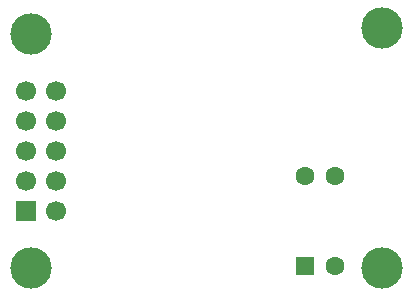
<source format=gbr>
%TF.GenerationSoftware,KiCad,Pcbnew,9.0.3*%
%TF.CreationDate,2025-07-11T14:37:00-05:00*%
%TF.ProjectId,drvplugin,64727670-6c75-4676-996e-2e6b69636164,rev?*%
%TF.SameCoordinates,Original*%
%TF.FileFunction,Soldermask,Bot*%
%TF.FilePolarity,Negative*%
%FSLAX46Y46*%
G04 Gerber Fmt 4.6, Leading zero omitted, Abs format (unit mm)*
G04 Created by KiCad (PCBNEW 9.0.3) date 2025-07-11 14:37:00*
%MOMM*%
%LPD*%
G01*
G04 APERTURE LIST*
G04 Aperture macros list*
%AMRoundRect*
0 Rectangle with rounded corners*
0 $1 Rounding radius*
0 $2 $3 $4 $5 $6 $7 $8 $9 X,Y pos of 4 corners*
0 Add a 4 corners polygon primitive as box body*
4,1,4,$2,$3,$4,$5,$6,$7,$8,$9,$2,$3,0*
0 Add four circle primitives for the rounded corners*
1,1,$1+$1,$2,$3*
1,1,$1+$1,$4,$5*
1,1,$1+$1,$6,$7*
1,1,$1+$1,$8,$9*
0 Add four rect primitives between the rounded corners*
20,1,$1+$1,$2,$3,$4,$5,0*
20,1,$1+$1,$4,$5,$6,$7,0*
20,1,$1+$1,$6,$7,$8,$9,0*
20,1,$1+$1,$8,$9,$2,$3,0*%
G04 Aperture macros list end*
%ADD10C,2.600000*%
%ADD11C,3.500000*%
%ADD12RoundRect,0.250000X0.550000X-0.550000X0.550000X0.550000X-0.550000X0.550000X-0.550000X-0.550000X0*%
%ADD13C,1.600000*%
%ADD14R,1.700000X1.700000*%
%ADD15C,1.700000*%
G04 APERTURE END LIST*
D10*
%TO.C,REF\u002A\u002A*%
X69600000Y-64850000D03*
D11*
X69600000Y-64850000D03*
%TD*%
D10*
%TO.C,REF\u002A\u002A*%
X69600000Y-44550000D03*
D11*
X69600000Y-44550000D03*
%TD*%
D10*
%TO.C,REF\u002A\u002A*%
X39850000Y-45050000D03*
D11*
X39850000Y-45050000D03*
%TD*%
D12*
%TO.C,U1*%
X63000000Y-64720000D03*
D13*
X65540000Y-64720000D03*
X65540000Y-57100000D03*
X63000000Y-57100000D03*
%TD*%
D10*
%TO.C,REF\u002A\u002A*%
X39800000Y-64900000D03*
D11*
X39800000Y-64900000D03*
%TD*%
D14*
%TO.C,J1*%
X39425000Y-60030000D03*
D15*
X41965000Y-60030000D03*
X39425000Y-57490000D03*
X41965000Y-57490000D03*
X39425000Y-54950000D03*
X41965000Y-54950000D03*
X39425000Y-52410000D03*
X41965000Y-52410000D03*
X39425000Y-49870000D03*
X41965000Y-49870000D03*
%TD*%
M02*

</source>
